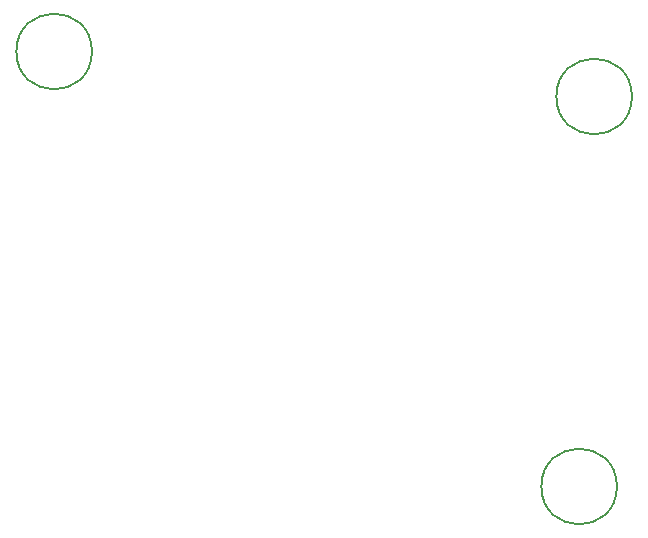
<source format=gbr>
%TF.GenerationSoftware,KiCad,Pcbnew,5.1.10*%
%TF.CreationDate,2021-10-27T21:54:33+02:00*%
%TF.ProjectId,JeanCloud_pcb_regular,4a65616e-436c-46f7-9564-5f7063625f72,rev?*%
%TF.SameCoordinates,Original*%
%TF.FileFunction,Other,Comment*%
%FSLAX46Y46*%
G04 Gerber Fmt 4.6, Leading zero omitted, Abs format (unit mm)*
G04 Created by KiCad (PCBNEW 5.1.10) date 2021-10-27 21:54:33*
%MOMM*%
%LPD*%
G01*
G04 APERTURE LIST*
%ADD10C,0.150000*%
G04 APERTURE END LIST*
D10*
%TO.C, *%
X97180000Y-68580000D02*
G75*
G03*
X97180000Y-68580000I-3200000J0D01*
G01*
X52730000Y-31750000D02*
G75*
G03*
X52730000Y-31750000I-3200000J0D01*
G01*
X98450000Y-35560000D02*
G75*
G03*
X98450000Y-35560000I-3200000J0D01*
G01*
%TD*%
M02*

</source>
